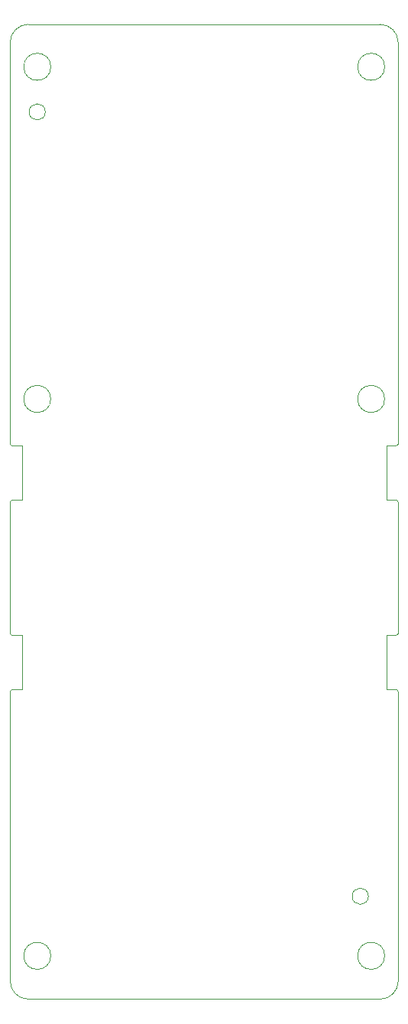
<source format=gm1>
G04 #@! TF.GenerationSoftware,KiCad,Pcbnew,7.0.10*
G04 #@! TF.CreationDate,2024-02-24T15:32:32-05:00*
G04 #@! TF.ProjectId,Bird3Controller,42697264-3343-46f6-9e74-726f6c6c6572,rev?*
G04 #@! TF.SameCoordinates,Original*
G04 #@! TF.FileFunction,Profile,NP*
%FSLAX46Y46*%
G04 Gerber Fmt 4.6, Leading zero omitted, Abs format (unit mm)*
G04 Created by KiCad (PCBNEW 7.0.10) date 2024-02-24 15:32:32*
%MOMM*%
%LPD*%
G01*
G04 APERTURE LIST*
G04 #@! TA.AperFunction,Profile*
%ADD10C,0.100000*%
G04 #@! TD*
G04 APERTURE END LIST*
D10*
X160500000Y-148000000D02*
X160500000Y-115950000D01*
X203500000Y-115950000D02*
G75*
G03*
X203250000Y-115700000I-250000J0D01*
G01*
X203250000Y-88700000D02*
X202200000Y-88700000D01*
X202200000Y-94700000D02*
X203250000Y-94700000D01*
X203500000Y-94950000D02*
G75*
G03*
X203250000Y-94700000I-250000J0D01*
G01*
X165000000Y-83500000D02*
G75*
G03*
X162000000Y-83500000I-1500000J0D01*
G01*
X162000000Y-83500000D02*
G75*
G03*
X165000000Y-83500000I1500000J0D01*
G01*
X201500000Y-42000000D02*
X162500000Y-42000000D01*
X200200000Y-138600000D02*
G75*
G03*
X198400000Y-138600000I-900000J0D01*
G01*
X198400000Y-138600000D02*
G75*
G03*
X200200000Y-138600000I900000J0D01*
G01*
X162500000Y-42000000D02*
G75*
G03*
X160500000Y-44000000I0J-2000000D01*
G01*
X202200000Y-109700000D02*
X202200000Y-115700000D01*
X160500000Y-109450000D02*
X160500000Y-94950000D01*
X203500000Y-94950000D02*
X203500000Y-109450000D01*
X203250000Y-109700000D02*
G75*
G03*
X203500000Y-109450000I0J250000D01*
G01*
X161800000Y-94700000D02*
X161800000Y-88700000D01*
X203250000Y-109700000D02*
X202200000Y-109700000D01*
X160500000Y-88450000D02*
X160500000Y-44000000D01*
X202200000Y-88700000D02*
X202200000Y-94700000D01*
X203500000Y-44000000D02*
G75*
G03*
X201500000Y-42000000I-2000000J0D01*
G01*
X160500000Y-88450000D02*
G75*
G03*
X160750000Y-88700000I250000J0D01*
G01*
X161800000Y-109700000D02*
X160750000Y-109700000D01*
X160750000Y-115700000D02*
G75*
G03*
X160500000Y-115950000I0J-250000D01*
G01*
X203250000Y-88700000D02*
G75*
G03*
X203500000Y-88450000I0J250000D01*
G01*
X203500000Y-44000000D02*
X203500000Y-88450000D01*
X201500000Y-150000000D02*
G75*
G03*
X203500000Y-148000000I0J2000000D01*
G01*
X165000000Y-145200000D02*
G75*
G03*
X162000000Y-145200000I-1500000J0D01*
G01*
X162000000Y-145200000D02*
G75*
G03*
X165000000Y-145200000I1500000J0D01*
G01*
X160750000Y-94700000D02*
G75*
G03*
X160500000Y-94950000I0J-250000D01*
G01*
X201500000Y-150000000D02*
X162500000Y-150000000D01*
X164400000Y-51700000D02*
G75*
G03*
X162600000Y-51700000I-900000J0D01*
G01*
X162600000Y-51700000D02*
G75*
G03*
X164400000Y-51700000I900000J0D01*
G01*
X203500000Y-115950000D02*
X203500000Y-148000000D01*
X202200000Y-115700000D02*
X203250000Y-115700000D01*
X160500000Y-148000000D02*
G75*
G03*
X162500000Y-150000000I2000000J0D01*
G01*
X160750000Y-94700000D02*
X161800000Y-94700000D01*
X202000000Y-46700000D02*
G75*
G03*
X199000000Y-46700000I-1500000J0D01*
G01*
X199000000Y-46700000D02*
G75*
G03*
X202000000Y-46700000I1500000J0D01*
G01*
X160750000Y-115700000D02*
X161800000Y-115700000D01*
X160500000Y-109450000D02*
G75*
G03*
X160750000Y-109700000I250000J0D01*
G01*
X202000000Y-145200000D02*
G75*
G03*
X199000000Y-145200000I-1500000J0D01*
G01*
X199000000Y-145200000D02*
G75*
G03*
X202000000Y-145200000I1500000J0D01*
G01*
X161800000Y-88700000D02*
X160750000Y-88700000D01*
X202000000Y-83500000D02*
G75*
G03*
X199000000Y-83500000I-1500000J0D01*
G01*
X199000000Y-83500000D02*
G75*
G03*
X202000000Y-83500000I1500000J0D01*
G01*
X165000000Y-46700000D02*
G75*
G03*
X162000000Y-46700000I-1500000J0D01*
G01*
X162000000Y-46700000D02*
G75*
G03*
X165000000Y-46700000I1500000J0D01*
G01*
X161800000Y-115700000D02*
X161800000Y-109700000D01*
M02*

</source>
